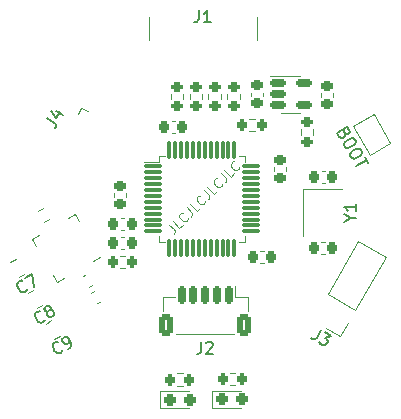
<source format=gbr>
%TF.GenerationSoftware,KiCad,Pcbnew,(7.0.0)*%
%TF.CreationDate,2023-12-11T14:41:33-05:00*%
%TF.ProjectId,stm32-accel-breakout,73746d33-322d-4616-9363-656c2d627265,rev?*%
%TF.SameCoordinates,Original*%
%TF.FileFunction,Legend,Top*%
%TF.FilePolarity,Positive*%
%FSLAX46Y46*%
G04 Gerber Fmt 4.6, Leading zero omitted, Abs format (unit mm)*
G04 Created by KiCad (PCBNEW (7.0.0)) date 2023-12-11 14:41:33*
%MOMM*%
%LPD*%
G01*
G04 APERTURE LIST*
G04 Aperture macros list*
%AMRoundRect*
0 Rectangle with rounded corners*
0 $1 Rounding radius*
0 $2 $3 $4 $5 $6 $7 $8 $9 X,Y pos of 4 corners*
0 Add a 4 corners polygon primitive as box body*
4,1,4,$2,$3,$4,$5,$6,$7,$8,$9,$2,$3,0*
0 Add four circle primitives for the rounded corners*
1,1,$1+$1,$2,$3*
1,1,$1+$1,$4,$5*
1,1,$1+$1,$6,$7*
1,1,$1+$1,$8,$9*
0 Add four rect primitives between the rounded corners*
20,1,$1+$1,$2,$3,$4,$5,0*
20,1,$1+$1,$4,$5,$6,$7,0*
20,1,$1+$1,$6,$7,$8,$9,0*
20,1,$1+$1,$8,$9,$2,$3,0*%
%AMHorizOval*
0 Thick line with rounded ends*
0 $1 width*
0 $2 $3 position (X,Y) of the first rounded end (center of the circle)*
0 $4 $5 position (X,Y) of the second rounded end (center of the circle)*
0 Add line between two ends*
20,1,$1,$2,$3,$4,$5,0*
0 Add two circle primitives to create the rounded ends*
1,1,$1,$2,$3*
1,1,$1,$4,$5*%
%AMRotRect*
0 Rectangle, with rotation*
0 The origin of the aperture is its center*
0 $1 length*
0 $2 width*
0 $3 Rotation angle, in degrees counterclockwise*
0 Add horizontal line*
21,1,$1,$2,0,0,$3*%
%AMFreePoly0*
4,1,6,0.500000,-0.750000,-0.650000,-0.750000,-0.150000,0.000000,-0.650000,0.750000,0.500000,0.750000,0.500000,-0.750000,0.500000,-0.750000,$1*%
%AMFreePoly1*
4,1,6,1.000000,0.000000,0.500000,-0.750000,-0.500000,-0.750000,-0.500000,0.750000,0.500000,0.750000,1.000000,0.000000,1.000000,0.000000,$1*%
G04 Aperture macros list end*
%ADD10C,0.100000*%
%ADD11C,0.150000*%
%ADD12C,0.120000*%
%ADD13C,4.700000*%
%ADD14C,0.650000*%
%ADD15R,0.300000X1.150000*%
%ADD16O,1.000000X2.100000*%
%ADD17O,1.000000X1.600000*%
%ADD18RoundRect,0.150000X-0.512500X-0.150000X0.512500X-0.150000X0.512500X0.150000X-0.512500X0.150000X0*%
%ADD19RoundRect,0.250000X0.054784X0.580112X-0.529784X0.242612X-0.054784X-0.580112X0.529784X-0.242612X0*%
%ADD20RoundRect,0.100000X0.101554X0.174103X-0.201554X-0.000897X-0.101554X-0.174103X0.201554X0.000897X0*%
%ADD21RoundRect,0.100000X-0.000897X0.201554X-0.174103X0.101554X0.000897X-0.201554X0.174103X-0.101554X0*%
%ADD22RotRect,1.950000X1.950000X210.000000*%
%ADD23RoundRect,0.200000X0.275000X-0.200000X0.275000X0.200000X-0.275000X0.200000X-0.275000X-0.200000X0*%
%ADD24RotRect,1.700000X1.700000X150.000000*%
%ADD25HorizOval,1.700000X0.000000X0.000000X0.000000X0.000000X0*%
%ADD26RoundRect,0.200000X0.200000X0.275000X-0.200000X0.275000X-0.200000X-0.275000X0.200000X-0.275000X0*%
%ADD27RoundRect,0.075000X-0.662500X-0.075000X0.662500X-0.075000X0.662500X0.075000X-0.662500X0.075000X0*%
%ADD28RoundRect,0.075000X-0.075000X-0.662500X0.075000X-0.662500X0.075000X0.662500X-0.075000X0.662500X0*%
%ADD29RoundRect,0.200000X-0.275000X0.200000X-0.275000X-0.200000X0.275000X-0.200000X0.275000X0.200000X0*%
%ADD30RoundRect,0.237500X-0.287500X-0.237500X0.287500X-0.237500X0.287500X0.237500X-0.287500X0.237500X0*%
%ADD31RoundRect,0.225000X0.250000X-0.225000X0.250000X0.225000X-0.250000X0.225000X-0.250000X-0.225000X0*%
%ADD32RoundRect,0.225000X0.069856X0.329006X-0.319856X0.104006X-0.069856X-0.329006X0.319856X-0.104006X0*%
%ADD33RoundRect,0.225000X0.225000X0.250000X-0.225000X0.250000X-0.225000X-0.250000X0.225000X-0.250000X0*%
%ADD34RoundRect,0.225000X-0.225000X-0.250000X0.225000X-0.250000X0.225000X0.250000X-0.225000X0.250000X0*%
%ADD35RoundRect,0.225000X-0.250000X0.225000X-0.250000X-0.225000X0.250000X-0.225000X0.250000X0.225000X0*%
%ADD36FreePoly0,120.000000*%
%ADD37FreePoly1,120.000000*%
%ADD38RoundRect,0.150000X0.150000X0.625000X-0.150000X0.625000X-0.150000X-0.625000X0.150000X-0.625000X0*%
%ADD39RoundRect,0.250000X0.350000X0.650000X-0.350000X0.650000X-0.350000X-0.650000X0.350000X-0.650000X0*%
%ADD40C,0.990600*%
%ADD41C,0.787400*%
%ADD42RoundRect,0.200000X-0.035705X-0.338157X0.310705X-0.138157X0.035705X0.338157X-0.310705X0.138157X0*%
%ADD43R,1.200000X1.400000*%
G04 APERTURE END LIST*
D10*
X147007522Y-102514899D02*
X147411583Y-102918960D01*
X147411583Y-102918960D02*
X147465457Y-103026709D01*
X147465457Y-103026709D02*
X147465457Y-103134459D01*
X147465457Y-103134459D02*
X147411583Y-103242209D01*
X147411583Y-103242209D02*
X147357708Y-103296083D01*
X148111955Y-102541836D02*
X147842581Y-102811210D01*
X147842581Y-102811210D02*
X147276896Y-102245525D01*
X148569891Y-101976151D02*
X148569891Y-102030025D01*
X148569891Y-102030025D02*
X148516016Y-102137775D01*
X148516016Y-102137775D02*
X148462141Y-102191650D01*
X148462141Y-102191650D02*
X148354392Y-102245525D01*
X148354392Y-102245525D02*
X148246642Y-102245525D01*
X148246642Y-102245525D02*
X148165830Y-102218587D01*
X148165830Y-102218587D02*
X148031143Y-102137775D01*
X148031143Y-102137775D02*
X147950331Y-102056963D01*
X147950331Y-102056963D02*
X147869519Y-101922276D01*
X147869519Y-101922276D02*
X147842581Y-101841464D01*
X147842581Y-101841464D02*
X147842581Y-101733714D01*
X147842581Y-101733714D02*
X147896456Y-101625964D01*
X147896456Y-101625964D02*
X147950331Y-101572090D01*
X147950331Y-101572090D02*
X148058080Y-101518215D01*
X148058080Y-101518215D02*
X148111955Y-101518215D01*
X148462141Y-101060279D02*
X148866202Y-101464340D01*
X148866202Y-101464340D02*
X148920077Y-101572090D01*
X148920077Y-101572090D02*
X148920077Y-101679839D01*
X148920077Y-101679839D02*
X148866202Y-101787589D01*
X148866202Y-101787589D02*
X148812328Y-101841464D01*
X149566575Y-101087216D02*
X149297201Y-101356590D01*
X149297201Y-101356590D02*
X148731515Y-100790905D01*
X150024511Y-100521531D02*
X150024511Y-100575406D01*
X150024511Y-100575406D02*
X149970636Y-100683155D01*
X149970636Y-100683155D02*
X149916761Y-100737030D01*
X149916761Y-100737030D02*
X149809011Y-100790905D01*
X149809011Y-100790905D02*
X149701262Y-100790905D01*
X149701262Y-100790905D02*
X149620450Y-100763967D01*
X149620450Y-100763967D02*
X149485763Y-100683155D01*
X149485763Y-100683155D02*
X149404950Y-100602343D01*
X149404950Y-100602343D02*
X149324138Y-100467656D01*
X149324138Y-100467656D02*
X149297201Y-100386844D01*
X149297201Y-100386844D02*
X149297201Y-100279094D01*
X149297201Y-100279094D02*
X149351076Y-100171345D01*
X149351076Y-100171345D02*
X149404950Y-100117470D01*
X149404950Y-100117470D02*
X149512700Y-100063595D01*
X149512700Y-100063595D02*
X149566575Y-100063595D01*
X149916761Y-99605659D02*
X150320822Y-100009720D01*
X150320822Y-100009720D02*
X150374697Y-100117470D01*
X150374697Y-100117470D02*
X150374697Y-100225219D01*
X150374697Y-100225219D02*
X150320822Y-100332969D01*
X150320822Y-100332969D02*
X150266947Y-100386844D01*
X151021195Y-99632596D02*
X150751821Y-99901970D01*
X150751821Y-99901970D02*
X150186135Y-99336285D01*
X151479130Y-99066911D02*
X151479130Y-99120786D01*
X151479130Y-99120786D02*
X151425256Y-99228535D01*
X151425256Y-99228535D02*
X151371381Y-99282410D01*
X151371381Y-99282410D02*
X151263631Y-99336285D01*
X151263631Y-99336285D02*
X151155882Y-99336285D01*
X151155882Y-99336285D02*
X151075069Y-99309348D01*
X151075069Y-99309348D02*
X150940382Y-99228535D01*
X150940382Y-99228535D02*
X150859570Y-99147723D01*
X150859570Y-99147723D02*
X150778758Y-99013036D01*
X150778758Y-99013036D02*
X150751821Y-98932224D01*
X150751821Y-98932224D02*
X150751821Y-98824474D01*
X150751821Y-98824474D02*
X150805695Y-98716725D01*
X150805695Y-98716725D02*
X150859570Y-98662850D01*
X150859570Y-98662850D02*
X150967320Y-98608975D01*
X150967320Y-98608975D02*
X151021195Y-98608975D01*
X151371381Y-98151039D02*
X151775442Y-98555100D01*
X151775442Y-98555100D02*
X151829317Y-98662850D01*
X151829317Y-98662850D02*
X151829317Y-98770600D01*
X151829317Y-98770600D02*
X151775442Y-98878349D01*
X151775442Y-98878349D02*
X151721567Y-98932224D01*
X152475814Y-98177977D02*
X152206440Y-98447351D01*
X152206440Y-98447351D02*
X151640755Y-97881665D01*
X152933750Y-97612291D02*
X152933750Y-97666166D01*
X152933750Y-97666166D02*
X152879875Y-97773916D01*
X152879875Y-97773916D02*
X152826001Y-97827791D01*
X152826001Y-97827791D02*
X152718251Y-97881665D01*
X152718251Y-97881665D02*
X152610501Y-97881665D01*
X152610501Y-97881665D02*
X152529689Y-97854728D01*
X152529689Y-97854728D02*
X152395002Y-97773916D01*
X152395002Y-97773916D02*
X152314190Y-97693104D01*
X152314190Y-97693104D02*
X152233378Y-97558417D01*
X152233378Y-97558417D02*
X152206440Y-97477604D01*
X152206440Y-97477604D02*
X152206440Y-97369855D01*
X152206440Y-97369855D02*
X152260315Y-97262105D01*
X152260315Y-97262105D02*
X152314190Y-97208230D01*
X152314190Y-97208230D02*
X152421940Y-97154355D01*
X152421940Y-97154355D02*
X152475814Y-97154355D01*
D11*
%TO.C,J1*%
X149493881Y-84367380D02*
X149493881Y-85081666D01*
X149493881Y-85081666D02*
X149446262Y-85224523D01*
X149446262Y-85224523D02*
X149351024Y-85319761D01*
X149351024Y-85319761D02*
X149208167Y-85367380D01*
X149208167Y-85367380D02*
X149112929Y-85367380D01*
X150493881Y-85367380D02*
X149922453Y-85367380D01*
X150208167Y-85367380D02*
X150208167Y-84367380D01*
X150208167Y-84367380D02*
X150112929Y-84510238D01*
X150112929Y-84510238D02*
X150017691Y-84605476D01*
X150017691Y-84605476D02*
X149922453Y-84653095D01*
%TO.C,C7*%
X134950448Y-107957266D02*
X134933018Y-108022315D01*
X134933018Y-108022315D02*
X134833110Y-108134983D01*
X134833110Y-108134983D02*
X134750631Y-108182602D01*
X134750631Y-108182602D02*
X134603104Y-108212791D01*
X134603104Y-108212791D02*
X134473006Y-108177932D01*
X134473006Y-108177932D02*
X134384148Y-108119263D01*
X134384148Y-108119263D02*
X134247670Y-107978115D01*
X134247670Y-107978115D02*
X134176242Y-107854397D01*
X134176242Y-107854397D02*
X134122243Y-107665630D01*
X134122243Y-107665630D02*
X134115863Y-107559342D01*
X134115863Y-107559342D02*
X134150723Y-107429244D01*
X134150723Y-107429244D02*
X134250631Y-107316577D01*
X134250631Y-107316577D02*
X134333110Y-107268958D01*
X134333110Y-107268958D02*
X134480637Y-107238768D01*
X134480637Y-107238768D02*
X134545686Y-107256198D01*
X134786742Y-107007053D02*
X135364092Y-106673719D01*
X135364092Y-106673719D02*
X135492938Y-107754031D01*
%TO.C,J3*%
X159812634Y-111453308D02*
X159455491Y-112071897D01*
X159455491Y-112071897D02*
X159342823Y-112171806D01*
X159342823Y-112171806D02*
X159212725Y-112206665D01*
X159212725Y-112206665D02*
X159065198Y-112176476D01*
X159065198Y-112176476D02*
X158982719Y-112128857D01*
X160142548Y-111643784D02*
X160678659Y-111953308D01*
X160678659Y-111953308D02*
X160199508Y-112116555D01*
X160199508Y-112116555D02*
X160323226Y-112187984D01*
X160323226Y-112187984D02*
X160381895Y-112276842D01*
X160381895Y-112276842D02*
X160399325Y-112341891D01*
X160399325Y-112341891D02*
X160392945Y-112448179D01*
X160392945Y-112448179D02*
X160273897Y-112654376D01*
X160273897Y-112654376D02*
X160185039Y-112713045D01*
X160185039Y-112713045D02*
X160119990Y-112730475D01*
X160119990Y-112730475D02*
X160013702Y-112724095D01*
X160013702Y-112724095D02*
X159766266Y-112581238D01*
X159766266Y-112581238D02*
X159707597Y-112492380D01*
X159707597Y-112492380D02*
X159690167Y-112427331D01*
%TO.C,C9*%
X137960448Y-113170739D02*
X137943018Y-113235788D01*
X137943018Y-113235788D02*
X137843110Y-113348456D01*
X137843110Y-113348456D02*
X137760631Y-113396075D01*
X137760631Y-113396075D02*
X137613104Y-113426264D01*
X137613104Y-113426264D02*
X137483006Y-113391405D01*
X137483006Y-113391405D02*
X137394148Y-113332736D01*
X137394148Y-113332736D02*
X137257670Y-113191588D01*
X137257670Y-113191588D02*
X137186242Y-113067870D01*
X137186242Y-113067870D02*
X137132243Y-112879103D01*
X137132243Y-112879103D02*
X137125863Y-112772815D01*
X137125863Y-112772815D02*
X137160723Y-112642717D01*
X137160723Y-112642717D02*
X137260631Y-112530050D01*
X137260631Y-112530050D02*
X137343110Y-112482431D01*
X137343110Y-112482431D02*
X137490637Y-112452241D01*
X137490637Y-112452241D02*
X137555686Y-112469671D01*
X138420460Y-113015123D02*
X138585417Y-112919884D01*
X138585417Y-112919884D02*
X138644086Y-112831026D01*
X138644086Y-112831026D02*
X138661516Y-112765977D01*
X138661516Y-112765977D02*
X138672566Y-112594640D01*
X138672566Y-112594640D02*
X138618567Y-112405874D01*
X138618567Y-112405874D02*
X138428091Y-112075959D01*
X138428091Y-112075959D02*
X138339233Y-112017290D01*
X138339233Y-112017290D02*
X138274184Y-111999860D01*
X138274184Y-111999860D02*
X138167896Y-112006240D01*
X138167896Y-112006240D02*
X138002938Y-112101478D01*
X138002938Y-112101478D02*
X137944269Y-112190336D01*
X137944269Y-112190336D02*
X137926840Y-112255385D01*
X137926840Y-112255385D02*
X137933219Y-112361673D01*
X137933219Y-112361673D02*
X138052267Y-112567870D01*
X138052267Y-112567870D02*
X138141125Y-112626539D01*
X138141125Y-112626539D02*
X138206174Y-112643969D01*
X138206174Y-112643969D02*
X138312462Y-112637589D01*
X138312462Y-112637589D02*
X138477420Y-112542351D01*
X138477420Y-112542351D02*
X138536089Y-112453493D01*
X138536089Y-112453493D02*
X138553518Y-112388444D01*
X138553518Y-112388444D02*
X138547139Y-112282156D01*
%TO.C,JP1*%
X161829684Y-94768414D02*
X161859874Y-94915942D01*
X161859874Y-94915942D02*
X161842444Y-94980991D01*
X161842444Y-94980991D02*
X161783775Y-95069849D01*
X161783775Y-95069849D02*
X161660057Y-95141278D01*
X161660057Y-95141278D02*
X161553769Y-95147657D01*
X161553769Y-95147657D02*
X161488720Y-95130228D01*
X161488720Y-95130228D02*
X161399862Y-95071558D01*
X161399862Y-95071558D02*
X161209385Y-94741644D01*
X161209385Y-94741644D02*
X162075411Y-94241644D01*
X162075411Y-94241644D02*
X162242077Y-94530319D01*
X162242077Y-94530319D02*
X162248457Y-94636607D01*
X162248457Y-94636607D02*
X162231027Y-94701656D01*
X162231027Y-94701656D02*
X162172358Y-94790514D01*
X162172358Y-94790514D02*
X162089880Y-94838134D01*
X162089880Y-94838134D02*
X161983592Y-94844513D01*
X161983592Y-94844513D02*
X161918543Y-94827083D01*
X161918543Y-94827083D02*
X161829684Y-94768414D01*
X161829684Y-94768414D02*
X161663018Y-94479739D01*
X162670649Y-95272627D02*
X162765887Y-95437584D01*
X162765887Y-95437584D02*
X162772267Y-95543872D01*
X162772267Y-95543872D02*
X162737407Y-95673970D01*
X162737407Y-95673970D02*
X162596259Y-95810447D01*
X162596259Y-95810447D02*
X162307584Y-95977114D01*
X162307584Y-95977114D02*
X162118818Y-96031113D01*
X162118818Y-96031113D02*
X161988720Y-95996253D01*
X161988720Y-95996253D02*
X161899862Y-95937584D01*
X161899862Y-95937584D02*
X161804623Y-95772627D01*
X161804623Y-95772627D02*
X161798244Y-95666339D01*
X161798244Y-95666339D02*
X161833103Y-95536241D01*
X161833103Y-95536241D02*
X161974251Y-95399763D01*
X161974251Y-95399763D02*
X162262926Y-95233097D01*
X162262926Y-95233097D02*
X162451693Y-95179098D01*
X162451693Y-95179098D02*
X162581791Y-95213958D01*
X162581791Y-95213958D02*
X162670649Y-95272627D01*
X163194458Y-96179891D02*
X163289696Y-96344849D01*
X163289696Y-96344849D02*
X163296076Y-96451137D01*
X163296076Y-96451137D02*
X163261217Y-96581234D01*
X163261217Y-96581234D02*
X163120069Y-96717712D01*
X163120069Y-96717712D02*
X162831394Y-96884378D01*
X162831394Y-96884378D02*
X162642627Y-96938377D01*
X162642627Y-96938377D02*
X162512529Y-96903518D01*
X162512529Y-96903518D02*
X162423671Y-96844849D01*
X162423671Y-96844849D02*
X162328433Y-96679891D01*
X162328433Y-96679891D02*
X162322053Y-96573603D01*
X162322053Y-96573603D02*
X162356913Y-96443506D01*
X162356913Y-96443506D02*
X162498060Y-96307028D01*
X162498060Y-96307028D02*
X162786736Y-96140361D01*
X162786736Y-96140361D02*
X162975502Y-96086363D01*
X162975502Y-96086363D02*
X163105600Y-96121222D01*
X163105600Y-96121222D02*
X163194458Y-96179891D01*
X163551601Y-96798481D02*
X163837315Y-97293353D01*
X162828433Y-97545917D02*
X163694458Y-97045917D01*
%TO.C,C8*%
X136455448Y-110564003D02*
X136438018Y-110629052D01*
X136438018Y-110629052D02*
X136338110Y-110741720D01*
X136338110Y-110741720D02*
X136255631Y-110789339D01*
X136255631Y-110789339D02*
X136108104Y-110819528D01*
X136108104Y-110819528D02*
X135978006Y-110784669D01*
X135978006Y-110784669D02*
X135889148Y-110726000D01*
X135889148Y-110726000D02*
X135752670Y-110584852D01*
X135752670Y-110584852D02*
X135681242Y-110461134D01*
X135681242Y-110461134D02*
X135627243Y-110272367D01*
X135627243Y-110272367D02*
X135620863Y-110166079D01*
X135620863Y-110166079D02*
X135655723Y-110035981D01*
X135655723Y-110035981D02*
X135755631Y-109923314D01*
X135755631Y-109923314D02*
X135838110Y-109875695D01*
X135838110Y-109875695D02*
X135985637Y-109845505D01*
X135985637Y-109845505D02*
X136050686Y-109862935D01*
X136712224Y-109865896D02*
X136605936Y-109872276D01*
X136605936Y-109872276D02*
X136540887Y-109854846D01*
X136540887Y-109854846D02*
X136452029Y-109796177D01*
X136452029Y-109796177D02*
X136428219Y-109754937D01*
X136428219Y-109754937D02*
X136421840Y-109648649D01*
X136421840Y-109648649D02*
X136439269Y-109583600D01*
X136439269Y-109583600D02*
X136497938Y-109494742D01*
X136497938Y-109494742D02*
X136662896Y-109399504D01*
X136662896Y-109399504D02*
X136769184Y-109393124D01*
X136769184Y-109393124D02*
X136834233Y-109410554D01*
X136834233Y-109410554D02*
X136923091Y-109469223D01*
X136923091Y-109469223D02*
X136946901Y-109510462D01*
X136946901Y-109510462D02*
X136953280Y-109616751D01*
X136953280Y-109616751D02*
X136935851Y-109681799D01*
X136935851Y-109681799D02*
X136877181Y-109770658D01*
X136877181Y-109770658D02*
X136712224Y-109865896D01*
X136712224Y-109865896D02*
X136653555Y-109954754D01*
X136653555Y-109954754D02*
X136636125Y-110019803D01*
X136636125Y-110019803D02*
X136642505Y-110126091D01*
X136642505Y-110126091D02*
X136737743Y-110291048D01*
X136737743Y-110291048D02*
X136826602Y-110349718D01*
X136826602Y-110349718D02*
X136891650Y-110367147D01*
X136891650Y-110367147D02*
X136997938Y-110360768D01*
X136997938Y-110360768D02*
X137162896Y-110265529D01*
X137162896Y-110265529D02*
X137221565Y-110176671D01*
X137221565Y-110176671D02*
X137238995Y-110111622D01*
X137238995Y-110111622D02*
X137232615Y-110005334D01*
X137232615Y-110005334D02*
X137137377Y-109840377D01*
X137137377Y-109840377D02*
X137048518Y-109781708D01*
X137048518Y-109781708D02*
X136983470Y-109764278D01*
X136983470Y-109764278D02*
X136877181Y-109770658D01*
%TO.C,J2*%
X149693881Y-112445431D02*
X149693881Y-113159717D01*
X149693881Y-113159717D02*
X149646262Y-113302574D01*
X149646262Y-113302574D02*
X149551024Y-113397812D01*
X149551024Y-113397812D02*
X149408167Y-113445431D01*
X149408167Y-113445431D02*
X149312929Y-113445431D01*
X150122453Y-112540670D02*
X150170072Y-112493051D01*
X150170072Y-112493051D02*
X150265310Y-112445431D01*
X150265310Y-112445431D02*
X150503405Y-112445431D01*
X150503405Y-112445431D02*
X150598643Y-112493051D01*
X150598643Y-112493051D02*
X150646262Y-112540670D01*
X150646262Y-112540670D02*
X150693881Y-112635908D01*
X150693881Y-112635908D02*
X150693881Y-112731146D01*
X150693881Y-112731146D02*
X150646262Y-112874003D01*
X150646262Y-112874003D02*
X150074834Y-113445431D01*
X150074834Y-113445431D02*
X150693881Y-113445431D01*
%TO.C,J4*%
X136647200Y-93522365D02*
X137265789Y-93879508D01*
X137265789Y-93879508D02*
X137365698Y-93992176D01*
X137365698Y-93992176D02*
X137400557Y-94122274D01*
X137400557Y-94122274D02*
X137370368Y-94269801D01*
X137370368Y-94269801D02*
X137322749Y-94352280D01*
X137388256Y-92905485D02*
X137965606Y-93238818D01*
X136939294Y-92921205D02*
X137438836Y-93484545D01*
X137438836Y-93484545D02*
X137748360Y-92948434D01*
%TO.C,Y1*%
X162343405Y-101954241D02*
X162819595Y-101954241D01*
X161819595Y-102287574D02*
X162343405Y-101954241D01*
X162343405Y-101954241D02*
X161819595Y-101620908D01*
X162819595Y-100763765D02*
X162819595Y-101335193D01*
X162819595Y-101049479D02*
X161819595Y-101049479D01*
X161819595Y-101049479D02*
X161962453Y-101144717D01*
X161962453Y-101144717D02*
X162057691Y-101239955D01*
X162057691Y-101239955D02*
X162105310Y-101335193D01*
D12*
%TO.C,J1*%
X154407215Y-86878051D02*
X154407215Y-84958051D01*
X145247215Y-84958051D02*
X145247215Y-86878051D01*
%TO.C,U2*%
X157289715Y-89918051D02*
X155489715Y-89918051D01*
X157289715Y-89918051D02*
X158089715Y-89918051D01*
X157289715Y-93038051D02*
X156489715Y-93038051D01*
X157289715Y-93038051D02*
X158089715Y-93038051D01*
%TO.C,C7*%
X134712465Y-106689231D02*
X134259963Y-106950483D01*
X133977465Y-105416173D02*
X133524963Y-105677425D01*
%TO.C,U3*%
X138999529Y-101595737D02*
X139337029Y-102180305D01*
X140524961Y-105587865D02*
X141109529Y-105250365D01*
X138414961Y-101933237D02*
X138999529Y-101595737D01*
X138039469Y-107022865D02*
X137454901Y-107360365D01*
X135929469Y-103368237D02*
X135344901Y-103705737D01*
X137454901Y-107360365D02*
X137117401Y-106775797D01*
X135344901Y-103705737D02*
X135682401Y-104290305D01*
%TO.C,R6*%
X148704715Y-91915309D02*
X148704715Y-91440793D01*
X149749715Y-91915309D02*
X149749715Y-91440793D01*
%TO.C,J3*%
X161436814Y-111966814D02*
X160285000Y-111301814D01*
X162101814Y-110815000D02*
X161436814Y-111966814D01*
X162736814Y-109715148D02*
X165306814Y-105263777D01*
X162736814Y-109715148D02*
X160433186Y-108385148D01*
X165306814Y-105263777D02*
X163003186Y-103933777D01*
X160433186Y-108385148D02*
X163003186Y-103933777D01*
%TO.C,R7*%
X143264473Y-106200551D02*
X142789957Y-106200551D01*
X143264473Y-105155551D02*
X142789957Y-105155551D01*
%TO.C,R10*%
X152587258Y-116122500D02*
X152112742Y-116122500D01*
X152587258Y-115077500D02*
X152112742Y-115077500D01*
%TO.C,U1*%
X146140000Y-96727500D02*
X146140000Y-97177500D01*
X146140000Y-97177500D02*
X144850000Y-97177500D01*
X146140000Y-103947500D02*
X146140000Y-103497500D01*
X146590000Y-96727500D02*
X146140000Y-96727500D01*
X146590000Y-103947500D02*
X146140000Y-103947500D01*
X152910000Y-96727500D02*
X153360000Y-96727500D01*
X152910000Y-103947500D02*
X153360000Y-103947500D01*
X153360000Y-96727500D02*
X153360000Y-97177500D01*
X153360000Y-103947500D02*
X153360000Y-103497500D01*
%TO.C,R2*%
X148149715Y-91440793D02*
X148149715Y-91915309D01*
X147104715Y-91440793D02*
X147104715Y-91915309D01*
%TO.C,R1*%
X152949715Y-91440793D02*
X152949715Y-91915309D01*
X151904715Y-91440793D02*
X151904715Y-91915309D01*
%TO.C,D2*%
X150640000Y-116565000D02*
X150640000Y-118035000D01*
X150640000Y-118035000D02*
X153100000Y-118035000D01*
X153100000Y-116565000D02*
X150640000Y-116565000D01*
%TO.C,C1*%
X159817215Y-91668631D02*
X159817215Y-91387471D01*
X160837215Y-91668631D02*
X160837215Y-91387471D01*
%TO.C,C11*%
X141132791Y-109036934D02*
X140889299Y-109177514D01*
X140622791Y-108153588D02*
X140379299Y-108294168D01*
%TO.C,R3*%
X159149715Y-94440793D02*
X159149715Y-94915309D01*
X158104715Y-94440793D02*
X158104715Y-94915309D01*
%TO.C,C4*%
X154967795Y-105788051D02*
X154686635Y-105788051D01*
X154967795Y-104768051D02*
X154686635Y-104768051D01*
%TO.C,C14*%
X159886635Y-97968051D02*
X160167795Y-97968051D01*
X159886635Y-98988051D02*
X160167795Y-98988051D01*
%TO.C,R4*%
X151349715Y-91440793D02*
X151349715Y-91915309D01*
X150304715Y-91440793D02*
X150304715Y-91915309D01*
%TO.C,C3*%
X156860000Y-97659420D02*
X156860000Y-97940580D01*
X155840000Y-97659420D02*
X155840000Y-97940580D01*
%TO.C,C9*%
X137722465Y-111902704D02*
X137269963Y-112163956D01*
X136987465Y-110629646D02*
X136534963Y-110890898D01*
%TO.C,D1*%
X146237785Y-116595492D02*
X146237785Y-118065492D01*
X146237785Y-118065492D02*
X148697785Y-118065492D01*
X148697785Y-116595492D02*
X146237785Y-116595492D01*
%TO.C,JP1*%
X164316025Y-93187564D02*
X165716025Y-95612436D01*
X162583975Y-94187564D02*
X164316025Y-93187564D01*
X165716025Y-95612436D02*
X163983975Y-96612436D01*
X163983975Y-96612436D02*
X162583975Y-94187564D01*
%TO.C,R9*%
X148110043Y-116152992D02*
X147635527Y-116152992D01*
X148110043Y-115107992D02*
X147635527Y-115107992D01*
%TO.C,C15*%
X160142795Y-104988051D02*
X159861635Y-104988051D01*
X160142795Y-103968051D02*
X159861635Y-103968051D01*
%TO.C,C6*%
X147186635Y-93768051D02*
X147467795Y-93768051D01*
X147186635Y-94788051D02*
X147467795Y-94788051D01*
%TO.C,C2*%
X153917215Y-91618631D02*
X153917215Y-91337471D01*
X154937215Y-91618631D02*
X154937215Y-91337471D01*
%TO.C,C5*%
X142290000Y-100140580D02*
X142290000Y-99859420D01*
X143310000Y-100140580D02*
X143310000Y-99859420D01*
%TO.C,C10*%
X140403961Y-107649434D02*
X140160469Y-107790014D01*
X139893961Y-106766088D02*
X139650469Y-106906668D01*
%TO.C,R5*%
X154214473Y-94600551D02*
X153739957Y-94600551D01*
X154214473Y-93555551D02*
X153739957Y-93555551D01*
%TO.C,C8*%
X136217465Y-109295968D02*
X135764963Y-109557220D01*
X135482465Y-108022910D02*
X135029963Y-108284162D01*
%TO.C,C12*%
X143167795Y-104588051D02*
X142886635Y-104588051D01*
X143167795Y-103568051D02*
X142886635Y-103568051D01*
%TO.C,J2*%
X153637215Y-109818051D02*
X153637215Y-108668051D01*
X153637215Y-108668051D02*
X152587215Y-108668051D01*
X152587215Y-108668051D02*
X152587215Y-107678051D01*
X152467215Y-111788051D02*
X147587215Y-111788051D01*
X146417215Y-109818051D02*
X146417215Y-108668051D01*
X146417215Y-108668051D02*
X147467215Y-108668051D01*
%TO.C,J4*%
X139552648Y-92615222D02*
X140102574Y-92932722D01*
X139235148Y-93165148D02*
X139552648Y-92615222D01*
%TO.C,C13*%
X143167795Y-102988051D02*
X142886635Y-102988051D01*
X143167795Y-101968051D02*
X142886635Y-101968051D01*
%TO.C,R8*%
X135846023Y-101356682D02*
X136256965Y-101119424D01*
X136368523Y-102261678D02*
X136779465Y-102024420D01*
%TO.C,Y1*%
X161652215Y-99478051D02*
X158352215Y-99478051D01*
X158352215Y-99478051D02*
X158352215Y-103478051D01*
%TD*%
%LPC*%
D13*
%TO.C,H6*%
X168327215Y-100278051D03*
%TD*%
%TO.C,H5*%
X131327215Y-100278051D03*
%TD*%
%TO.C,H4*%
X140577215Y-84278051D03*
%TD*%
%TO.C,H3*%
X159077215Y-84278051D03*
%TD*%
%TO.C,H2*%
X159077215Y-116278051D03*
%TD*%
%TO.C,H1*%
X140577215Y-116278051D03*
%TD*%
D14*
%TO.C,J1*%
X152717215Y-87633051D03*
X146937215Y-87633051D03*
D15*
X153177214Y-88698050D03*
X152377214Y-88698050D03*
X151077214Y-88698050D03*
X150077214Y-88698050D03*
X149577214Y-88698050D03*
X148577214Y-88698050D03*
X147277214Y-88698050D03*
X146477214Y-88698050D03*
X146777214Y-88698050D03*
X147577214Y-88698050D03*
X148077214Y-88698050D03*
X149077214Y-88698050D03*
X150577214Y-88698050D03*
X151577214Y-88698050D03*
X152077214Y-88698050D03*
X152877214Y-88698050D03*
D16*
X154147214Y-88133050D03*
D17*
X154147214Y-83953050D03*
D16*
X145507214Y-88133050D03*
D17*
X145507214Y-83953050D03*
%TD*%
D18*
%TO.C,U2*%
X156152215Y-90528051D03*
X156152215Y-91478051D03*
X156152215Y-92428051D03*
X158427215Y-92428051D03*
X158427215Y-90528051D03*
%TD*%
D19*
%TO.C,C7*%
X135017215Y-105664578D03*
X133220213Y-106702078D03*
%TD*%
D20*
%TO.C,U3*%
X140186958Y-104472426D03*
X139861958Y-103909509D03*
X139536958Y-103346593D03*
X139211958Y-102783676D03*
D21*
X138221590Y-102518308D03*
X137658673Y-102843308D03*
X137095757Y-103168308D03*
X136532840Y-103493308D03*
D20*
X136267472Y-104483676D03*
X136592472Y-105046593D03*
X136917472Y-105609509D03*
X137242472Y-106172426D03*
D21*
X138232840Y-106437794D03*
X138795757Y-106112794D03*
X139358673Y-105787794D03*
X139921590Y-105462794D03*
D22*
X138227214Y-104478050D03*
%TD*%
D23*
%TO.C,R6*%
X149227215Y-92503051D03*
X149227215Y-90853051D03*
%TD*%
D24*
%TO.C,J3*%
X160949999Y-110149999D03*
D25*
X162219999Y-107950294D03*
X163489999Y-105750590D03*
%TD*%
D26*
%TO.C,R7*%
X143852215Y-105678051D03*
X142202215Y-105678051D03*
%TD*%
%TO.C,R10*%
X153175000Y-115600000D03*
X151525000Y-115600000D03*
%TD*%
D27*
%TO.C,U1*%
X145587500Y-97587500D03*
X145587500Y-98087500D03*
X145587500Y-98587500D03*
X145587500Y-99087500D03*
X145587500Y-99587500D03*
X145587500Y-100087500D03*
X145587500Y-100587500D03*
X145587500Y-101087500D03*
X145587500Y-101587500D03*
X145587500Y-102087500D03*
X145587500Y-102587500D03*
X145587500Y-103087500D03*
D28*
X147000000Y-104500000D03*
X147500000Y-104500000D03*
X148000000Y-104500000D03*
X148500000Y-104500000D03*
X149000000Y-104500000D03*
X149500000Y-104500000D03*
X150000000Y-104500000D03*
X150500000Y-104500000D03*
X151000000Y-104500000D03*
X151500000Y-104500000D03*
X152000000Y-104500000D03*
X152500000Y-104500000D03*
D27*
X153912500Y-103087500D03*
X153912500Y-102587500D03*
X153912500Y-102087500D03*
X153912500Y-101587500D03*
X153912500Y-101087500D03*
X153912500Y-100587500D03*
X153912500Y-100087500D03*
X153912500Y-99587500D03*
X153912500Y-99087500D03*
X153912500Y-98587500D03*
X153912500Y-98087500D03*
X153912500Y-97587500D03*
D28*
X152500000Y-96175000D03*
X152000000Y-96175000D03*
X151500000Y-96175000D03*
X151000000Y-96175000D03*
X150500000Y-96175000D03*
X150000000Y-96175000D03*
X149500000Y-96175000D03*
X149000000Y-96175000D03*
X148500000Y-96175000D03*
X148000000Y-96175000D03*
X147500000Y-96175000D03*
X147000000Y-96175000D03*
%TD*%
D29*
%TO.C,R2*%
X147627215Y-90853051D03*
X147627215Y-92503051D03*
%TD*%
%TO.C,R1*%
X152427215Y-90853051D03*
X152427215Y-92503051D03*
%TD*%
D30*
%TO.C,D2*%
X151425000Y-117300000D03*
X153175000Y-117300000D03*
%TD*%
D31*
%TO.C,C1*%
X160327215Y-92303051D03*
X160327215Y-90753051D03*
%TD*%
D32*
%TO.C,C11*%
X141427215Y-108278051D03*
X140084875Y-109053051D03*
%TD*%
D29*
%TO.C,R3*%
X158627215Y-93853051D03*
X158627215Y-95503051D03*
%TD*%
D33*
%TO.C,C4*%
X155602215Y-105278051D03*
X154052215Y-105278051D03*
%TD*%
D34*
%TO.C,C14*%
X159252215Y-98478051D03*
X160802215Y-98478051D03*
%TD*%
D29*
%TO.C,R4*%
X150827215Y-90853051D03*
X150827215Y-92503051D03*
%TD*%
D35*
%TO.C,C3*%
X156350000Y-97025000D03*
X156350000Y-98575000D03*
%TD*%
D19*
%TO.C,C9*%
X138027215Y-110878051D03*
X136230213Y-111915551D03*
%TD*%
D30*
%TO.C,D1*%
X147022785Y-117330492D03*
X148772785Y-117330492D03*
%TD*%
D36*
%TO.C,JP1*%
X163787500Y-94272132D03*
D37*
X164512500Y-95527868D03*
%TD*%
D26*
%TO.C,R9*%
X148697785Y-115630492D03*
X147047785Y-115630492D03*
%TD*%
D33*
%TO.C,C15*%
X160777215Y-104478051D03*
X159227215Y-104478051D03*
%TD*%
D34*
%TO.C,C6*%
X146552215Y-94278051D03*
X148102215Y-94278051D03*
%TD*%
D31*
%TO.C,C2*%
X154427215Y-92253051D03*
X154427215Y-90703051D03*
%TD*%
%TO.C,C5*%
X142800000Y-100775000D03*
X142800000Y-99225000D03*
%TD*%
D32*
%TO.C,C10*%
X140698385Y-106890551D03*
X139356045Y-107665551D03*
%TD*%
D26*
%TO.C,R5*%
X154802215Y-94078051D03*
X153152215Y-94078051D03*
%TD*%
D19*
%TO.C,C8*%
X136522215Y-108271315D03*
X134725213Y-109308815D03*
%TD*%
D33*
%TO.C,C12*%
X143802215Y-104078051D03*
X142252215Y-104078051D03*
%TD*%
D38*
%TO.C,J2*%
X152027215Y-108453051D03*
X151027215Y-108453051D03*
X150027215Y-108453051D03*
X149027215Y-108453051D03*
X148027215Y-108453051D03*
D39*
X153327215Y-110978051D03*
X146727215Y-110978051D03*
%TD*%
D40*
%TO.C,J4*%
X140970000Y-92700295D03*
X139309882Y-97607705D03*
X137550118Y-96591705D03*
D41*
X139785074Y-93482648D03*
X140884926Y-94117648D03*
X139150074Y-94582500D03*
X140249926Y-95217500D03*
X138515074Y-95682352D03*
X139614926Y-96317352D03*
%TD*%
D33*
%TO.C,C13*%
X143802215Y-102478051D03*
X142252215Y-102478051D03*
%TD*%
D42*
%TO.C,R8*%
X135598273Y-102103051D03*
X137027215Y-101278051D03*
%TD*%
D43*
%TO.C,Y1*%
X159152214Y-100378050D03*
X159152214Y-102578050D03*
X160852214Y-102578050D03*
X160852214Y-100378050D03*
%TD*%
M02*

</source>
